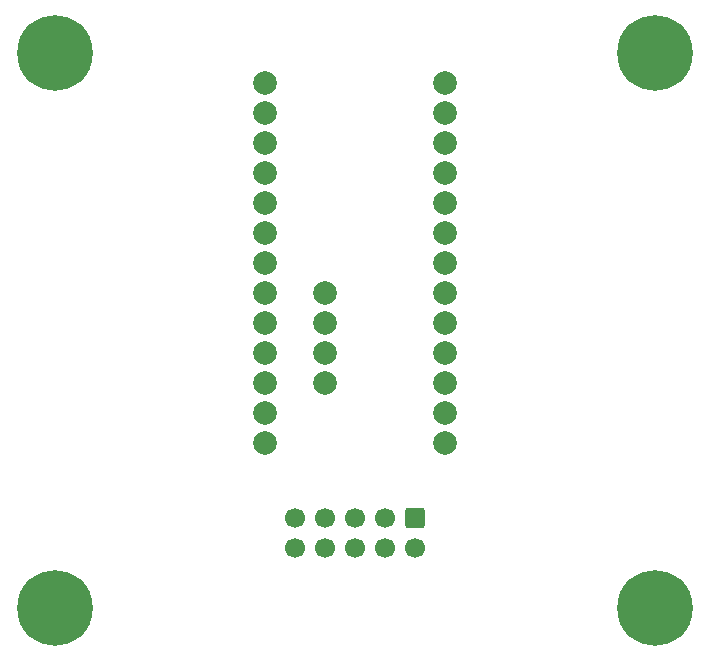
<source format=gbr>
G04 #@! TF.GenerationSoftware,KiCad,Pcbnew,(6.0.6)*
G04 #@! TF.CreationDate,2022-08-01T11:38:01+07:00*
G04 #@! TF.ProjectId,flashbed,666c6173-6862-4656-942e-6b696361645f,rev?*
G04 #@! TF.SameCoordinates,Original*
G04 #@! TF.FileFunction,Soldermask,Bot*
G04 #@! TF.FilePolarity,Negative*
%FSLAX46Y46*%
G04 Gerber Fmt 4.6, Leading zero omitted, Abs format (unit mm)*
G04 Created by KiCad (PCBNEW (6.0.6)) date 2022-08-01 11:38:01*
%MOMM*%
%LPD*%
G01*
G04 APERTURE LIST*
G04 Aperture macros list*
%AMRoundRect*
0 Rectangle with rounded corners*
0 $1 Rounding radius*
0 $2 $3 $4 $5 $6 $7 $8 $9 X,Y pos of 4 corners*
0 Add a 4 corners polygon primitive as box body*
4,1,4,$2,$3,$4,$5,$6,$7,$8,$9,$2,$3,0*
0 Add four circle primitives for the rounded corners*
1,1,$1+$1,$2,$3*
1,1,$1+$1,$4,$5*
1,1,$1+$1,$6,$7*
1,1,$1+$1,$8,$9*
0 Add four rect primitives between the rounded corners*
20,1,$1+$1,$2,$3,$4,$5,0*
20,1,$1+$1,$4,$5,$6,$7,0*
20,1,$1+$1,$6,$7,$8,$9,0*
20,1,$1+$1,$8,$9,$2,$3,0*%
G04 Aperture macros list end*
%ADD10C,2.000000*%
%ADD11RoundRect,0.250000X-0.600000X0.600000X-0.600000X-0.600000X0.600000X-0.600000X0.600000X0.600000X0*%
%ADD12C,1.700000*%
%ADD13C,0.800000*%
%ADD14C,6.400000*%
G04 APERTURE END LIST*
D10*
X80010000Y-52070000D03*
X80010000Y-54610000D03*
X80010000Y-57150000D03*
X80010000Y-59690000D03*
X74930000Y-34290000D03*
X74930000Y-36830000D03*
X74930000Y-39370000D03*
X74930000Y-41910000D03*
X74930000Y-44450000D03*
X74930000Y-46990000D03*
X74930000Y-49530000D03*
X74930000Y-52070000D03*
X74930000Y-54610000D03*
X74930000Y-57150000D03*
X74930000Y-59690000D03*
X74930000Y-62230000D03*
X74930000Y-64770000D03*
X90170000Y-34290000D03*
X90170000Y-36830000D03*
X90170000Y-39370000D03*
X90170000Y-41910000D03*
X90170000Y-44450000D03*
X90170000Y-46990000D03*
X90170000Y-49530000D03*
X90170000Y-52070000D03*
X90170000Y-54610000D03*
X90170000Y-57150000D03*
X90170000Y-59690000D03*
X90170000Y-62230000D03*
X90170000Y-64770000D03*
D11*
X87630000Y-71120000D03*
D12*
X87630000Y-73660000D03*
X85090000Y-71120000D03*
X85090000Y-73660000D03*
X82550000Y-71120000D03*
X82550000Y-73660000D03*
X80010000Y-71120000D03*
X80010000Y-73660000D03*
X77470000Y-71120000D03*
X77470000Y-73660000D03*
D13*
X106252944Y-77042944D03*
X109647056Y-80437056D03*
X109647056Y-77042944D03*
X110350000Y-78740000D03*
D14*
X107950000Y-78740000D03*
D13*
X107950000Y-76340000D03*
X106252944Y-80437056D03*
X107950000Y-81140000D03*
X105550000Y-78740000D03*
X59550000Y-31750000D03*
X57150000Y-34150000D03*
X54750000Y-31750000D03*
D14*
X57150000Y-31750000D03*
D13*
X57150000Y-29350000D03*
X58847056Y-30052944D03*
X58847056Y-33447056D03*
X55452944Y-33447056D03*
X55452944Y-30052944D03*
X57150000Y-76340000D03*
D14*
X57150000Y-78740000D03*
D13*
X55452944Y-80437056D03*
X58847056Y-77042944D03*
X57150000Y-81140000D03*
X55452944Y-77042944D03*
X54750000Y-78740000D03*
X58847056Y-80437056D03*
X59550000Y-78740000D03*
D14*
X107950000Y-31750000D03*
D13*
X105550000Y-31750000D03*
X106252944Y-33447056D03*
X110350000Y-31750000D03*
X109647056Y-30052944D03*
X106252944Y-30052944D03*
X107950000Y-29350000D03*
X109647056Y-33447056D03*
X107950000Y-34150000D03*
M02*

</source>
